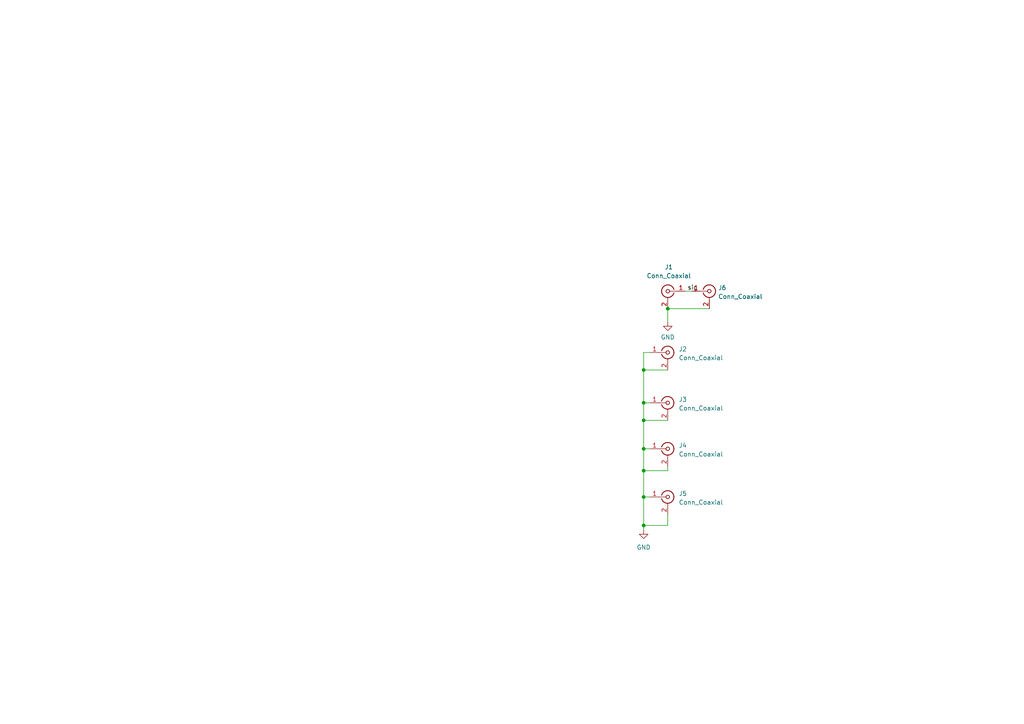
<source format=kicad_sch>
(kicad_sch (version 20211123) (generator eeschema)
  (paper "A4")
  (lib_symbols
    (symbol "Connector:Conn_Coaxial" (pin_names (offset 1.016) hide)
      (property "Reference" "J" (at 0.254 3.048 0))
      (property "Value" "Conn_Coaxial" (at 2.921 0 90))
      (symbol "Conn_Coaxial_0_1"
        (arc (start -1.778 -0.508) (mid 0.222 -1.808) (end 1.778 0) (stroke (width 0.254)))
        (polyline (pts (xy -2.54 0) (xy -0.508 0)))
        (polyline (pts (xy 0 -2.54) (xy 0 -1.778)))
        (circle (center 0 0) (radius 0.508) (stroke (width 0.2032)))
        (arc (start 1.778 0) (mid 0.2221 1.8083) (end -1.778 0.508) (stroke (width 0.254)))
      )
      (symbol "Conn_Coaxial_1_1"
        (pin passive line (at -5.08 0 0) (length 2.54) (name "In") (number "1"))
        (pin passive line (at 0 -5.08 90) (length 2.54) (name "Ext") (number "2"))
      )
    )
    (symbol "power:GND" (power) (pin_names (offset 0))
      (property "Value" "GND" (at 0 -3.81 0))
      (symbol "GND_0_1"
        (polyline (pts (xy 0 0) (xy 0 -1.27) (xy 1.27 -1.27) (xy 0 -2.54) (xy -1.27 -1.27) (xy 0 -1.27)))
      )
      (symbol "GND_1_1"
        (pin power_in line (at 0 0 270) (length 0) hide (name "GND") (number "1"))
      )
    )
  )
  (junction (at 186.69 130.175))
  (junction (at 186.69 152.4))
  (junction (at 186.69 116.84))
  (junction (at 186.69 144.145))
  (junction (at 186.69 136.525))
  (junction (at 193.675 89.535))
  (junction (at 186.69 121.92))
  (junction (at 186.69 107.315))
  (wire (pts (xy 186.69 102.235) (xy 186.69 107.315)))
  (wire (pts (xy 205.74 89.535) (xy 193.675 89.535)))
  (wire (pts (xy 186.69 144.145) (xy 188.595 144.145)))
  (wire (pts (xy 186.69 107.315) (xy 186.69 116.84)))
  (wire (pts (xy 186.69 130.175) (xy 188.595 130.175)))
  (wire (pts (xy 186.69 107.315) (xy 193.675 107.315)))
  (wire (pts (xy 186.69 136.525) (xy 186.69 144.145)))
  (wire (pts (xy 186.69 144.145) (xy 186.69 152.4)))
  (wire (pts (xy 193.675 152.4) (xy 186.69 152.4)))
  (wire (pts (xy 193.675 136.525) (xy 186.69 136.525)))
  (wire (pts (xy 186.69 152.4) (xy 186.69 153.67)))
  (wire (pts (xy 186.69 116.84) (xy 186.69 121.92)))
  (wire (pts (xy 186.69 121.92) (xy 186.69 130.175)))
  (wire (pts (xy 186.69 130.175) (xy 186.69 136.525)))
  (wire (pts (xy 193.675 149.225) (xy 193.675 152.4)))
  (wire (pts (xy 193.675 135.255) (xy 193.675 136.525)))
  (wire (pts (xy 188.595 102.235) (xy 186.69 102.235)))
  (wire (pts (xy 193.675 89.535) (xy 193.675 93.345)))
  (wire (pts (xy 193.675 121.92) (xy 186.69 121.92)))
  (wire (pts (xy 186.69 116.84) (xy 188.595 116.84)))
  (wire (pts (xy 198.755 84.455) (xy 200.66 84.455)))
  (label "sig" (at 199.39 84.455 0))
  (symbol (lib_id "power:GND") (at 186.69 153.67 0) (unit 1)
    (property "Reference" "#PWR0102" (effects hide))
    (property "Value" "GND" (at 186.69 158.75 0))
  )
  (symbol (lib_id "Connector:Conn_Coaxial") (at 193.675 144.145 0) (unit 1)
    (property "Reference" "J5" (at 196.85 143.1681 0) (effects (justify left)))
    (property "Value" "Conn_Coaxial" (at 196.85 145.7081 0) (effects (justify left)))
    (property "Footprint" "Connector_Coaxial:SMA_Amphenol_132289_EdgeMount" (effects hide))
    (property "Datasheet" " ~" (effects hide))
  )
  (symbol (lib_id "Connector:Conn_Coaxial") (at 193.675 102.235 0) (unit 1)
    (property "Reference" "J2" (at 196.85 101.2581 0) (effects (justify left)))
    (property "Value" "Conn_Coaxial" (at 196.85 103.7981 0) (effects (justify left)))
    (property "Footprint" "Connector_Coaxial:SMA_Amphenol_132289_EdgeMount" (effects hide))
    (property "Datasheet" " ~" (effects hide))
  )
  (symbol (lib_id "power:GND") (at 193.675 93.345 0) (unit 1)
    (property "Reference" "#PWR0101" (effects hide))
    (property "Value" "GND" (at 193.675 97.79 0))
  )
  (symbol (lib_id "Connector:Conn_Coaxial") (at 205.74 84.455 0) (unit 1)
    (property "Reference" "J6" (at 208.28 83.4781 0) (effects (justify left)))
    (property "Value" "Conn_Coaxial" (at 208.28 86.0181 0) (effects (justify left)))
    (property "Footprint" "Connector_Coaxial:SMA_Amphenol_132289_EdgeMount" (effects hide))
    (property "Datasheet" " ~" (effects hide))
  )
  (symbol (lib_id "Connector:Conn_Coaxial") (at 193.675 130.175 0) (unit 1)
    (property "Reference" "J4" (at 196.85 129.1981 0) (effects (justify left)))
    (property "Value" "Conn_Coaxial" (at 196.85 131.7381 0) (effects (justify left)))
    (property "Footprint" "Connector_Coaxial:SMA_Amphenol_132289_EdgeMount" (effects hide))
    (property "Datasheet" " ~" (effects hide))
  )
  (symbol (lib_id "Connector:Conn_Coaxial") (at 193.675 116.84 0) (unit 1)
    (property "Reference" "J3" (at 196.85 115.8631 0) (effects (justify left)))
    (property "Value" "Conn_Coaxial" (at 196.85 118.4031 0) (effects (justify left)))
    (property "Footprint" "Connector_Coaxial:SMA_Amphenol_132289_EdgeMount" (effects hide))
    (property "Datasheet" " ~" (effects hide))
  )
  (symbol (lib_id "Connector:Conn_Coaxial") (at 193.675 84.455 0) (mirror y) (unit 1)
    (property "Reference" "J1" (at 193.9924 77.47 0))
    (property "Value" "Conn_Coaxial" (at 193.9924 80.01 0))
    (property "Footprint" "Connector_Coaxial:SMA_Amphenol_132289_EdgeMount" (effects hide))
    (property "Datasheet" " ~" (effects hide))
  )
)
</source>
